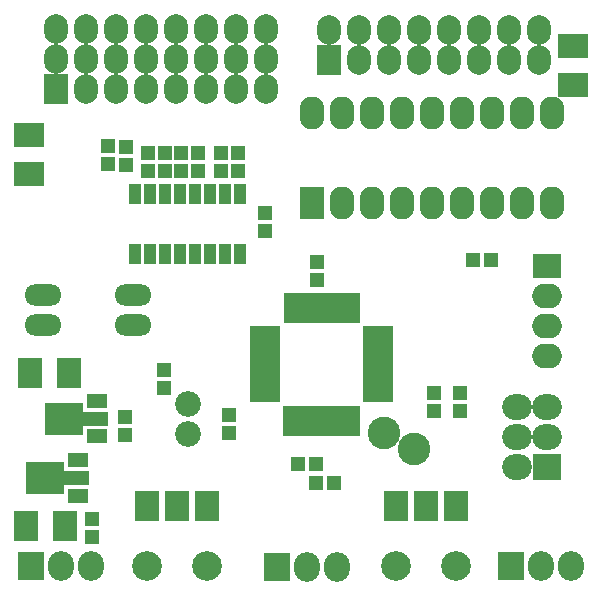
<source format=gts>
G04 (created by PCBNEW-RS274X (2012-01-19 BZR 3256)-stable) date 13/04/2012 18:31:07*
G01*
G70*
G90*
%MOIN*%
G04 Gerber Fmt 3.4, Leading zero omitted, Abs format*
%FSLAX34Y34*%
G04 APERTURE LIST*
%ADD10C,0.006000*%
%ADD11R,0.067200X0.047600*%
%ADD12R,0.098700X0.047600*%
%ADD13R,0.130300X0.106600*%
%ADD14R,0.040000X0.065000*%
%ADD15R,0.051500X0.045000*%
%ADD16R,0.045000X0.051500*%
%ADD17R,0.082000X0.110000*%
%ADD18O,0.082000X0.110000*%
%ADD19R,0.037700X0.098700*%
%ADD20R,0.098700X0.037700*%
%ADD21R,0.080000X0.100000*%
%ADD22R,0.094800X0.086900*%
%ADD23O,0.098700X0.086900*%
%ADD24R,0.086900X0.094800*%
%ADD25O,0.086900X0.098700*%
%ADD26O,0.080000X0.098700*%
%ADD27R,0.080000X0.098700*%
%ADD28R,0.100000X0.080000*%
%ADD29R,0.094800X0.083000*%
%ADD30O,0.098700X0.083000*%
%ADD31C,0.108600*%
%ADD32R,0.079100X0.098700*%
%ADD33C,0.098700*%
%ADD34O,0.124000X0.072000*%
%ADD35C,0.086000*%
G04 APERTURE END LIST*
G54D10*
G54D11*
X18862Y-27717D03*
G54D12*
X18705Y-27126D03*
G54D11*
X18862Y-26535D03*
G54D13*
X17760Y-27126D03*
G54D14*
X24253Y-17671D03*
X23753Y-17671D03*
X23253Y-17671D03*
X22753Y-17671D03*
X22253Y-17671D03*
X21753Y-17671D03*
X21253Y-17671D03*
X20753Y-17671D03*
X20753Y-19671D03*
X21253Y-19671D03*
X21753Y-19671D03*
X22253Y-19671D03*
X22753Y-19671D03*
X23253Y-19671D03*
X23753Y-19671D03*
X24253Y-19671D03*
G54D15*
X26819Y-19913D03*
X26819Y-20513D03*
G54D16*
X26180Y-26646D03*
X26780Y-26646D03*
X27379Y-27276D03*
X26779Y-27276D03*
G54D15*
X25079Y-18883D03*
X25079Y-18283D03*
G54D17*
X26665Y-17969D03*
G54D18*
X27665Y-17969D03*
X28665Y-17969D03*
X29665Y-17969D03*
X30665Y-17969D03*
X31665Y-17969D03*
X32665Y-17969D03*
X33665Y-17969D03*
X34665Y-17969D03*
X34665Y-14969D03*
X33665Y-14969D03*
X32665Y-14969D03*
X31665Y-14969D03*
X30665Y-14969D03*
X29665Y-14969D03*
X28665Y-14969D03*
X27665Y-14969D03*
X26665Y-14969D03*
G54D19*
X25876Y-21443D03*
X26191Y-21443D03*
X26506Y-21443D03*
X26821Y-21443D03*
X27136Y-21443D03*
X27451Y-21443D03*
X27766Y-21443D03*
X28081Y-21443D03*
X28079Y-25209D03*
X25869Y-25209D03*
X26189Y-25209D03*
X26509Y-25209D03*
X26819Y-25209D03*
X27139Y-25209D03*
X27449Y-25209D03*
X27769Y-25209D03*
G54D20*
X28869Y-22227D03*
X28869Y-22541D03*
X28869Y-22857D03*
X28869Y-23171D03*
X28869Y-23487D03*
X28869Y-23801D03*
X28869Y-24117D03*
X28869Y-24431D03*
X25089Y-22229D03*
X25089Y-22539D03*
X25089Y-22859D03*
X25089Y-23169D03*
X25089Y-23479D03*
X25089Y-23799D03*
X25089Y-24119D03*
X25089Y-24439D03*
G54D21*
X17244Y-23610D03*
X18544Y-23610D03*
X17137Y-28728D03*
X18437Y-28728D03*
G54D15*
X20429Y-25102D03*
X20429Y-25702D03*
X19315Y-28503D03*
X19315Y-29103D03*
X24201Y-16287D03*
X24201Y-16887D03*
X23630Y-16275D03*
X23630Y-16875D03*
X22850Y-16275D03*
X22850Y-16875D03*
X22299Y-16287D03*
X22299Y-16887D03*
X21752Y-16287D03*
X21752Y-16887D03*
X21196Y-16292D03*
X21196Y-16892D03*
X20461Y-16082D03*
X20461Y-16682D03*
X19839Y-16074D03*
X19839Y-16674D03*
X30728Y-24887D03*
X30728Y-24287D03*
X23882Y-25023D03*
X23882Y-25623D03*
X31591Y-24302D03*
X31591Y-24902D03*
G54D22*
X34488Y-26756D03*
G54D23*
X33488Y-26756D03*
X34488Y-25756D03*
X33488Y-25756D03*
X34488Y-24756D03*
X33488Y-24756D03*
G54D24*
X33272Y-30055D03*
G54D25*
X34272Y-30055D03*
X35272Y-30055D03*
G54D24*
X17303Y-30055D03*
G54D25*
X18303Y-30055D03*
X19303Y-30055D03*
G54D24*
X25500Y-30091D03*
G54D25*
X26500Y-30091D03*
X27500Y-30091D03*
G54D26*
X25130Y-14161D03*
X24130Y-14161D03*
X23130Y-14161D03*
X22130Y-14161D03*
X21130Y-14161D03*
X20130Y-14161D03*
X19130Y-14161D03*
G54D27*
X18130Y-14161D03*
G54D26*
X18130Y-13161D03*
X18130Y-12161D03*
X19130Y-13161D03*
X19130Y-12161D03*
X20130Y-13161D03*
X20130Y-12161D03*
X21130Y-13161D03*
X21130Y-12161D03*
X22130Y-13161D03*
X22130Y-12161D03*
X23130Y-13161D03*
X23130Y-12161D03*
X24130Y-13161D03*
X24130Y-12161D03*
X25130Y-13161D03*
X25130Y-12161D03*
G54D27*
X27220Y-13181D03*
G54D26*
X27220Y-12181D03*
X28220Y-13181D03*
X28220Y-12181D03*
X29220Y-13181D03*
X29220Y-12181D03*
X30220Y-13181D03*
X30220Y-12181D03*
X31220Y-13181D03*
X31220Y-12181D03*
X32220Y-13181D03*
X32220Y-12181D03*
X33220Y-13181D03*
X33220Y-12181D03*
X34220Y-13181D03*
X34220Y-12181D03*
G54D28*
X17232Y-16989D03*
X17232Y-15689D03*
X35340Y-12730D03*
X35340Y-14030D03*
G54D29*
X34490Y-20070D03*
G54D30*
X34490Y-21070D03*
X34490Y-22070D03*
X34490Y-23070D03*
G54D31*
X29040Y-25620D03*
X30050Y-26150D03*
G54D16*
X32011Y-19854D03*
X32611Y-19854D03*
G54D32*
X30440Y-28070D03*
X31440Y-28070D03*
X29440Y-28070D03*
G54D33*
X29440Y-30070D03*
X31440Y-30070D03*
G54D32*
X22170Y-28070D03*
X23170Y-28070D03*
X21170Y-28070D03*
G54D33*
X21170Y-30070D03*
X23170Y-30070D03*
G54D15*
X21709Y-24135D03*
X21709Y-23535D03*
G54D11*
X19500Y-25741D03*
G54D12*
X19343Y-25150D03*
G54D11*
X19500Y-24559D03*
G54D13*
X18398Y-25150D03*
G54D34*
X17689Y-21039D03*
X17689Y-22039D03*
X20689Y-22039D03*
X20689Y-21039D03*
G54D35*
X22531Y-24661D03*
X22531Y-25661D03*
M02*

</source>
